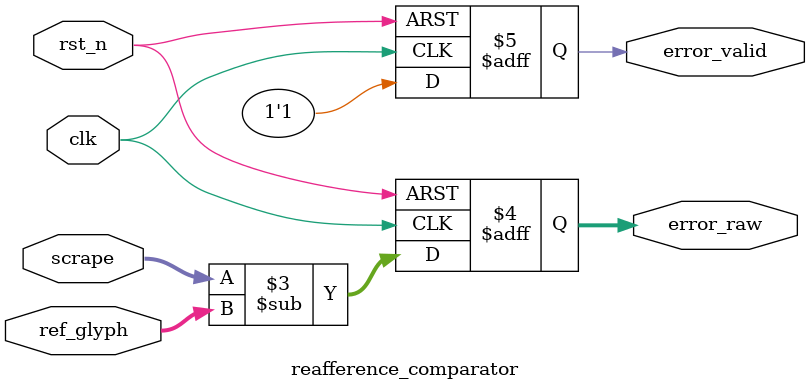
<source format=v>
module reafference_comparator #(
    parameter WIDTH = 16
)(
    input clk,
    input rst_n,
    input [WIDTH-1:0] scrape,        // Sensor input
    input [WIDTH-1:0] ref_glyph,     // Expected (from motor efference copy)
    output reg [WIDTH-1:0] error_raw,
    output reg error_valid
);
    always @(posedge clk or negedge rst_n) begin
        if (!rst_n) begin
            error_raw <= 0;
            error_valid <= 0;
        end else begin
            error_raw <= scrape - ref_glyph;  // Signed error
            error_valid <= 1;
        end
    end
endmodule
</source>
